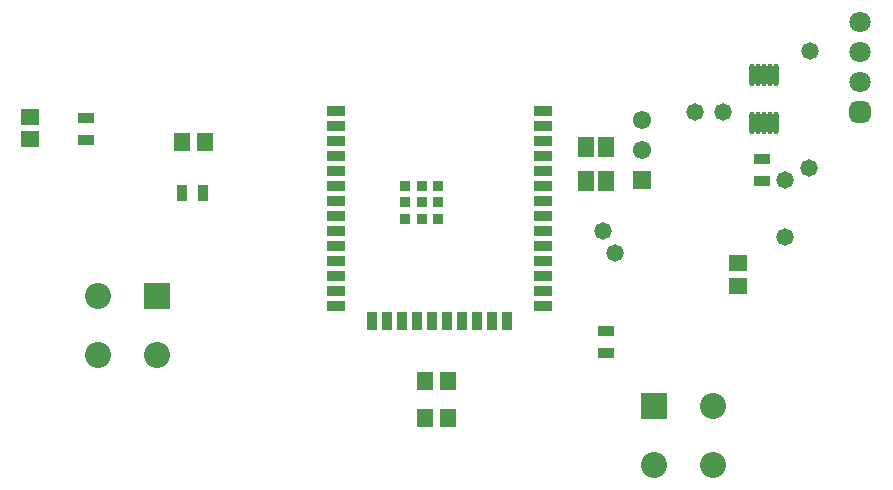
<source format=gts>
G04*
G04 #@! TF.GenerationSoftware,Altium Limited,Altium Designer,24.9.1 (31)*
G04*
G04 Layer_Color=8388736*
%FSLAX44Y44*%
%MOMM*%
G71*
G04*
G04 #@! TF.SameCoordinates,0B797857-0A8E-427F-998E-046D245C4392*
G04*
G04*
G04 #@! TF.FilePolarity,Negative*
G04*
G01*
G75*
%ADD15R,1.4000X0.9500*%
%ADD16R,1.4986X0.8890*%
%ADD17R,0.8890X1.4986*%
%ADD18R,0.8890X0.8890*%
%ADD19R,1.3549X1.5562*%
%ADD20R,0.9500X1.4000*%
%ADD22R,1.5562X1.3549*%
%ADD24R,1.5562X1.4546*%
%ADD25O,0.5032X1.9032*%
%ADD26R,1.3532X1.6532*%
%ADD27C,1.8032*%
G04:AMPARAMS|DCode=28|XSize=1.8032mm|YSize=1.8032mm|CornerRadius=0.5016mm|HoleSize=0mm|Usage=FLASHONLY|Rotation=90.000|XOffset=0mm|YOffset=0mm|HoleType=Round|Shape=RoundedRectangle|*
%AMROUNDEDRECTD28*
21,1,1.8032,0.8000,0,0,90.0*
21,1,0.8000,1.8032,0,0,90.0*
1,1,1.0032,0.4000,0.4000*
1,1,1.0032,0.4000,-0.4000*
1,1,1.0032,-0.4000,-0.4000*
1,1,1.0032,-0.4000,0.4000*
%
%ADD28ROUNDEDRECTD28*%
%ADD29R,1.5500X1.5500*%
%ADD30C,1.5500*%
%ADD31R,2.2098X2.2098*%
%ADD32C,2.2098*%
%ADD33R,2.2098X2.2098*%
%ADD34C,1.4732*%
D15*
X652780Y285750D02*
D03*
Y304250D02*
D03*
X520700Y140250D02*
D03*
Y158750D02*
D03*
X80010Y339450D02*
D03*
Y320950D02*
D03*
D16*
X291960Y345170D02*
D03*
Y332470D02*
D03*
Y319770D02*
D03*
Y307070D02*
D03*
Y294370D02*
D03*
Y281670D02*
D03*
Y268970D02*
D03*
Y256270D02*
D03*
Y243570D02*
D03*
Y230870D02*
D03*
Y218170D02*
D03*
Y205470D02*
D03*
Y192770D02*
D03*
Y180070D02*
D03*
X466960D02*
D03*
Y192770D02*
D03*
Y205470D02*
D03*
Y218170D02*
D03*
Y230870D02*
D03*
Y243570D02*
D03*
Y256270D02*
D03*
Y268970D02*
D03*
Y281670D02*
D03*
Y294370D02*
D03*
Y307070D02*
D03*
Y319770D02*
D03*
Y332470D02*
D03*
Y345170D02*
D03*
D17*
X322310Y167570D02*
D03*
X335010D02*
D03*
X347710D02*
D03*
X360410D02*
D03*
X373110D02*
D03*
X385810D02*
D03*
X398510D02*
D03*
X411210D02*
D03*
X423910D02*
D03*
X436610D02*
D03*
D18*
X350460Y253970D02*
D03*
Y281970D02*
D03*
Y267970D02*
D03*
X378460Y253970D02*
D03*
X364460D02*
D03*
X378460Y267970D02*
D03*
Y281970D02*
D03*
X364460D02*
D03*
Y267970D02*
D03*
D19*
X161693Y318770D02*
D03*
X181206D02*
D03*
X367434Y116840D02*
D03*
X386946D02*
D03*
Y85090D02*
D03*
X367434D02*
D03*
D20*
X160930Y275590D02*
D03*
X179430D02*
D03*
D22*
X632460Y196850D02*
D03*
Y216363D02*
D03*
D24*
X33020Y340360D02*
D03*
Y321844D02*
D03*
D25*
X664050Y376100D02*
D03*
X659050D02*
D03*
X654050D02*
D03*
X649050D02*
D03*
X644050D02*
D03*
X664050Y335100D02*
D03*
X659050D02*
D03*
X654050D02*
D03*
X649050D02*
D03*
X644050D02*
D03*
D26*
X503060Y285750D02*
D03*
X520560D02*
D03*
X503060Y314960D02*
D03*
X520560D02*
D03*
D27*
X735330Y420370D02*
D03*
Y394970D02*
D03*
Y369570D02*
D03*
D28*
Y344170D02*
D03*
D29*
X551180Y287020D02*
D03*
D30*
Y312420D02*
D03*
Y337820D02*
D03*
D31*
X560870Y95250D02*
D03*
D32*
Y45250D02*
D03*
X610870D02*
D03*
Y95250D02*
D03*
X90170Y188430D02*
D03*
Y138430D02*
D03*
X140170D02*
D03*
D33*
Y188430D02*
D03*
D34*
X671830Y287020D02*
D03*
Y238760D02*
D03*
X692150Y297180D02*
D03*
X619760Y344170D02*
D03*
X595630D02*
D03*
X517890Y243570D02*
D03*
X528320Y224790D02*
D03*
X693420Y396240D02*
D03*
M02*

</source>
